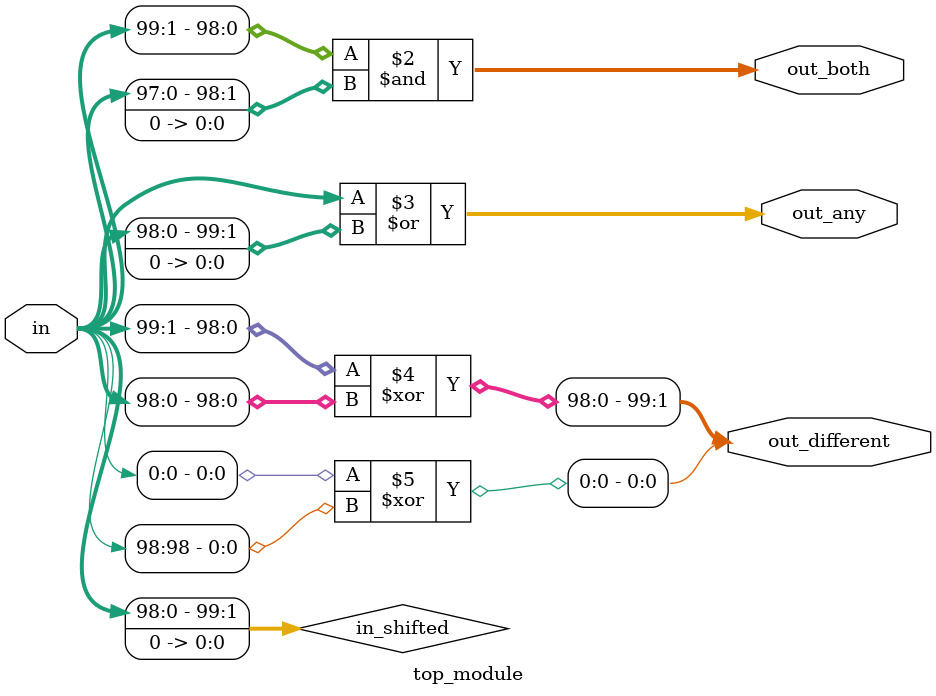
<source format=sv>
module top_module (
    input [99:0] in,
    output [98:0] out_both,
    output [99:0] out_any,
    output [99:0] out_different
);

    wire [99:0] in_shifted;
    
    assign in_shifted = in << 1;
    
    assign out_both = in[99:1] & in_shifted[98:0];
    assign out_any = in | in_shifted;
    assign out_different[99:1] = in[99:1] ^ in_shifted[99:1];
    assign out_different[0] = in[0] ^ in_shifted[99];

endmodule

</source>
